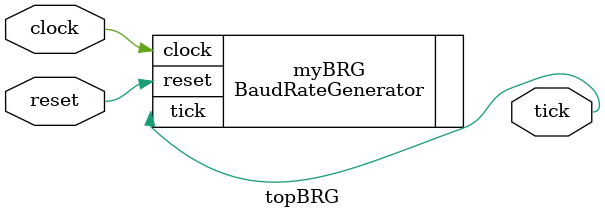
<source format=v>
`timescale 1ns / 1ps

module topBRG
(
    output  wire    tick,              
    input   wire    clock,
    input   wire    reset
);
    // ______________________ BRG ____________ //
    BaudRateGenerator myBRG (
        .tick(tick),
        .clock (clock),
        .reset(reset)
    );
    
endmodule

</source>
